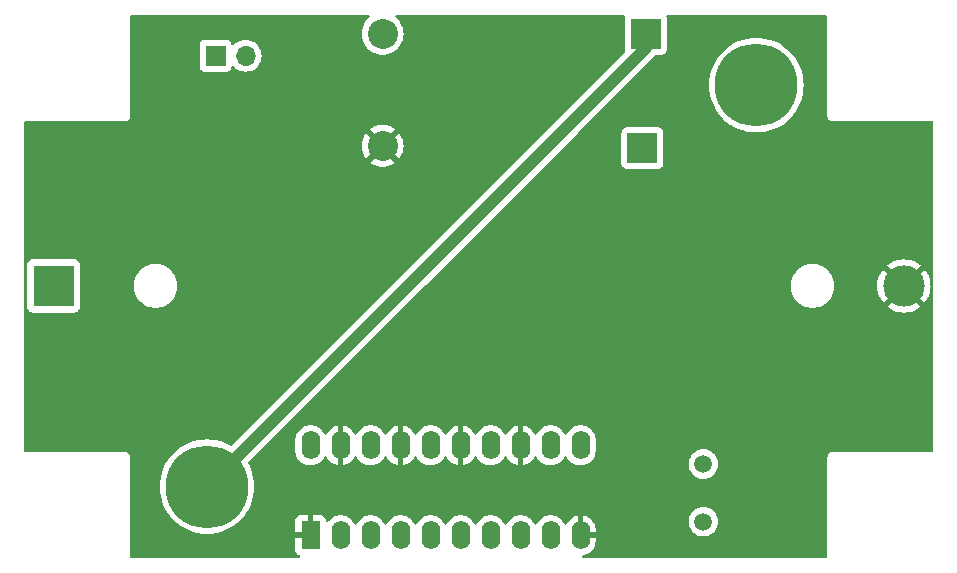
<source format=gbr>
%TF.GenerationSoftware,KiCad,Pcbnew,8.0.6-1.fc41*%
%TF.CreationDate,2024-11-27T18:25:37+08:00*%
%TF.ProjectId,signal_source,7369676e-616c-45f7-936f-757263652e6b,rev?*%
%TF.SameCoordinates,Original*%
%TF.FileFunction,Copper,L2,Bot*%
%TF.FilePolarity,Positive*%
%FSLAX46Y46*%
G04 Gerber Fmt 4.6, Leading zero omitted, Abs format (unit mm)*
G04 Created by KiCad (PCBNEW 8.0.6-1.fc41) date 2024-11-27 18:25:37*
%MOMM*%
%LPD*%
G01*
G04 APERTURE LIST*
%TA.AperFunction,ComponentPad*%
%ADD10C,2.540000*%
%TD*%
%TA.AperFunction,ComponentPad*%
%ADD11R,2.540000X2.540000*%
%TD*%
%TA.AperFunction,ComponentPad*%
%ADD12C,7.000000*%
%TD*%
%TA.AperFunction,ComponentPad*%
%ADD13R,1.700000X1.700000*%
%TD*%
%TA.AperFunction,ComponentPad*%
%ADD14O,1.700000X1.700000*%
%TD*%
%TA.AperFunction,ComponentPad*%
%ADD15C,1.500000*%
%TD*%
%TA.AperFunction,ComponentPad*%
%ADD16R,1.600000X2.400000*%
%TD*%
%TA.AperFunction,ComponentPad*%
%ADD17O,1.600000X2.400000*%
%TD*%
%TA.AperFunction,ComponentPad*%
%ADD18R,3.500000X3.500000*%
%TD*%
%TA.AperFunction,ComponentPad*%
%ADD19C,3.500000*%
%TD*%
%TA.AperFunction,ViaPad*%
%ADD20C,0.600000*%
%TD*%
%TA.AperFunction,Conductor*%
%ADD21C,0.200000*%
%TD*%
%TA.AperFunction,Conductor*%
%ADD22C,1.000000*%
%TD*%
G04 APERTURE END LIST*
D10*
%TO.P,2T:5T,1,AA*%
%TO.N,Net-(T1-AA)*%
X108360000Y-60640000D03*
%TO.P,2T:5T,2,AB*%
%TO.N,GND*%
X108360000Y-70140000D03*
D11*
%TO.P,2T:5T,3,SA*%
%TO.N,Net-(J2-Pin_1)*%
X130640000Y-60640000D03*
%TO.P,2T:5T,4,SB*%
%TO.N,Net-(J3-Pin_1)*%
X130360000Y-70340000D03*
%TD*%
D12*
%TO.P,J3,1,Pin_1*%
%TO.N,Net-(J3-Pin_1)*%
X140000000Y-65000000D03*
%TD*%
D13*
%TO.P,J1,1,Pin_1*%
%TO.N,Net-(J1-Pin_1)*%
X94225000Y-62500000D03*
D14*
%TO.P,J1,2,Pin_2*%
%TO.N,Net-(J1-Pin_2)*%
X96765000Y-62500000D03*
%TD*%
D12*
%TO.P,J2,1,Pin_1*%
%TO.N,Net-(J2-Pin_1)*%
X93500000Y-99000000D03*
%TD*%
D15*
%TO.P,Y1,1,1*%
%TO.N,Net-(C3-Pad1)*%
X135525000Y-101950000D03*
%TO.P,Y1,2,2*%
%TO.N,Net-(U1-2A3)*%
X135525000Y-97070000D03*
%TD*%
D16*
%TO.P,U1,1,1OE*%
%TO.N,GND*%
X102260000Y-103120000D03*
D17*
%TO.P,U1,2,1A0*%
%TO.N,Net-(U1-1A0)*%
X104800000Y-103120000D03*
%TO.P,U1,3,2Y0*%
%TO.N,unconnected-(U1-2Y0-Pad3)*%
X107340000Y-103120000D03*
%TO.P,U1,4,1A1*%
%TO.N,Net-(U1-1A0)*%
X109880000Y-103120000D03*
%TO.P,U1,5,2Y1*%
%TO.N,unconnected-(U1-2Y1-Pad5)*%
X112420000Y-103120000D03*
%TO.P,U1,6,1A2*%
%TO.N,Net-(U1-1A0)*%
X114960000Y-103120000D03*
%TO.P,U1,7,2Y2*%
%TO.N,unconnected-(U1-2Y2-Pad7)*%
X117500000Y-103120000D03*
%TO.P,U1,8,1A3*%
%TO.N,Net-(U1-1A0)*%
X120040000Y-103120000D03*
%TO.P,U1,9,2Y3*%
X122580000Y-103120000D03*
%TO.P,U1,10,GND*%
%TO.N,GND*%
X125120000Y-103120000D03*
%TO.P,U1,11,2A3*%
%TO.N,Net-(U1-2A3)*%
X125120000Y-95500000D03*
%TO.P,U1,12,1Y3*%
%TO.N,Net-(U1-1Y0)*%
X122580000Y-95500000D03*
%TO.P,U1,13,2A2*%
%TO.N,GND*%
X120040000Y-95500000D03*
%TO.P,U1,14,1Y2*%
%TO.N,Net-(U1-1Y0)*%
X117500000Y-95500000D03*
%TO.P,U1,15,2A1*%
%TO.N,GND*%
X114960000Y-95500000D03*
%TO.P,U1,16,1Y1*%
%TO.N,Net-(U1-1Y0)*%
X112420000Y-95500000D03*
%TO.P,U1,17,2A0*%
%TO.N,GND*%
X109880000Y-95500000D03*
%TO.P,U1,18,1Y0*%
%TO.N,Net-(U1-1Y0)*%
X107340000Y-95500000D03*
%TO.P,U1,19,2OE*%
%TO.N,GND*%
X104800000Y-95500000D03*
%TO.P,U1,20,VCC*%
%TO.N,Net-(J1-Pin_2)*%
X102260000Y-95500000D03*
%TD*%
D18*
%TO.P,BT2,1*%
%TO.N,Net-(J1-Pin_1)*%
X80500000Y-82000000D03*
D19*
%TO.P,BT2,2*%
%TO.N,GND*%
X152500000Y-82000000D03*
%TD*%
D20*
%TO.N,GND*%
X88025000Y-62500000D03*
%TD*%
D21*
%TO.N,GND*%
X152500000Y-82000000D02*
X144500000Y-90000000D01*
X88000000Y-65500000D02*
X88025000Y-65475000D01*
X144500000Y-90000000D02*
X123000000Y-90000000D01*
X120040000Y-92960000D02*
X120040000Y-95500000D01*
X123000000Y-90000000D02*
X120040000Y-92960000D01*
D22*
%TO.N,Net-(J2-Pin_1)*%
X130640000Y-61860000D02*
X93500000Y-99000000D01*
D21*
X130640000Y-60640000D02*
X130640000Y-61860000D01*
%TD*%
%TA.AperFunction,Conductor*%
%TO.N,GND*%
G36*
X107223307Y-59068185D02*
G01*
X107269062Y-59120989D01*
X107279006Y-59190147D01*
X107249981Y-59253703D01*
X107240618Y-59263388D01*
X107150786Y-59346741D01*
X107058493Y-59432375D01*
X107058492Y-59432377D01*
X106893042Y-59639845D01*
X106760361Y-59869654D01*
X106663416Y-60116667D01*
X106663410Y-60116686D01*
X106604364Y-60375385D01*
X106604363Y-60375390D01*
X106584535Y-60639995D01*
X106584535Y-60640004D01*
X106604363Y-60904609D01*
X106604364Y-60904614D01*
X106663410Y-61163313D01*
X106663412Y-61163322D01*
X106663414Y-61163327D01*
X106760361Y-61410345D01*
X106893042Y-61640155D01*
X107058492Y-61847623D01*
X107253016Y-62028114D01*
X107472268Y-62177598D01*
X107711350Y-62292734D01*
X107964922Y-62370950D01*
X107964923Y-62370950D01*
X107964926Y-62370951D01*
X108227311Y-62410499D01*
X108227316Y-62410499D01*
X108227319Y-62410500D01*
X108227320Y-62410500D01*
X108492680Y-62410500D01*
X108492681Y-62410500D01*
X108492688Y-62410499D01*
X108755073Y-62370951D01*
X108755074Y-62370950D01*
X108755078Y-62370950D01*
X109008650Y-62292734D01*
X109247733Y-62177598D01*
X109466984Y-62028114D01*
X109661508Y-61847623D01*
X109826958Y-61640155D01*
X109959639Y-61410345D01*
X110056586Y-61163327D01*
X110115635Y-60904619D01*
X110135465Y-60640000D01*
X110115635Y-60375381D01*
X110056586Y-60116673D01*
X109959639Y-59869655D01*
X109826958Y-59639845D01*
X109661508Y-59432377D01*
X109479389Y-59263396D01*
X109443636Y-59203371D01*
X109446011Y-59133541D01*
X109485761Y-59076081D01*
X109550267Y-59049233D01*
X109563732Y-59048500D01*
X128777139Y-59048500D01*
X128844178Y-59068185D01*
X128889933Y-59120989D01*
X128899877Y-59190147D01*
X128893321Y-59215833D01*
X128875908Y-59262517D01*
X128869501Y-59322116D01*
X128869501Y-59322123D01*
X128869500Y-59322135D01*
X128869500Y-61957870D01*
X128869501Y-61957876D01*
X128875908Y-62017483D01*
X128900133Y-62082431D01*
X128905117Y-62152122D01*
X128871632Y-62213445D01*
X95599931Y-95485147D01*
X95538608Y-95518632D01*
X95468916Y-95513648D01*
X95448504Y-95503825D01*
X95417341Y-95485147D01*
X95388100Y-95467620D01*
X95032772Y-95299562D01*
X95032770Y-95299561D01*
X94662684Y-95167143D01*
X94281406Y-95071637D01*
X94281401Y-95071636D01*
X94281400Y-95071636D01*
X94137256Y-95050254D01*
X93892599Y-95013963D01*
X93892597Y-95013962D01*
X93892591Y-95013962D01*
X93500000Y-94994675D01*
X93107409Y-95013962D01*
X93107403Y-95013962D01*
X93107400Y-95013963D01*
X92718593Y-95071637D01*
X92337315Y-95167143D01*
X91967229Y-95299561D01*
X91967227Y-95299562D01*
X91611899Y-95467620D01*
X91274763Y-95669692D01*
X90959043Y-95903846D01*
X90667807Y-96167807D01*
X90403846Y-96459043D01*
X90169692Y-96774763D01*
X89967620Y-97111899D01*
X89799562Y-97467227D01*
X89799561Y-97467229D01*
X89667143Y-97837315D01*
X89571637Y-98218593D01*
X89571636Y-98218600D01*
X89513962Y-98607409D01*
X89494675Y-99000000D01*
X89513962Y-99392591D01*
X89513962Y-99392597D01*
X89513963Y-99392599D01*
X89571637Y-99781406D01*
X89667143Y-100162684D01*
X89799561Y-100532770D01*
X89799562Y-100532772D01*
X89967620Y-100888100D01*
X90120476Y-101143124D01*
X90169694Y-101225239D01*
X90384776Y-101515244D01*
X90403846Y-101540956D01*
X90667807Y-101832192D01*
X90959043Y-102096153D01*
X90959049Y-102096158D01*
X91274761Y-102330306D01*
X91274763Y-102330307D01*
X91611899Y-102532379D01*
X91611902Y-102532380D01*
X91611903Y-102532381D01*
X91967228Y-102700438D01*
X92337316Y-102832857D01*
X92718600Y-102928364D01*
X93107409Y-102986038D01*
X93500000Y-103005325D01*
X93892591Y-102986038D01*
X94281400Y-102928364D01*
X94662684Y-102832857D01*
X95032772Y-102700438D01*
X95388097Y-102532381D01*
X95725239Y-102330306D01*
X96040951Y-102096158D01*
X96332192Y-101832192D01*
X96596158Y-101540951D01*
X96830306Y-101225239D01*
X97032381Y-100888097D01*
X97200438Y-100532772D01*
X97332857Y-100162684D01*
X97428364Y-99781400D01*
X97486038Y-99392591D01*
X97505325Y-99000000D01*
X97486038Y-98607409D01*
X97428364Y-98218600D01*
X97332857Y-97837316D01*
X97200438Y-97467228D01*
X97032381Y-97111903D01*
X96996174Y-97051495D01*
X96978594Y-96983873D01*
X97000363Y-96917482D01*
X97014847Y-96900071D01*
X98917270Y-94997648D01*
X100959500Y-94997648D01*
X100959500Y-96002351D01*
X100991522Y-96204534D01*
X101054781Y-96399223D01*
X101147715Y-96581613D01*
X101268028Y-96747213D01*
X101412786Y-96891971D01*
X101539281Y-96983873D01*
X101578390Y-97012287D01*
X101691652Y-97069997D01*
X101760776Y-97105218D01*
X101760778Y-97105218D01*
X101760781Y-97105220D01*
X101865137Y-97139127D01*
X101955465Y-97168477D01*
X102056557Y-97184488D01*
X102157648Y-97200500D01*
X102157649Y-97200500D01*
X102362351Y-97200500D01*
X102362352Y-97200500D01*
X102564534Y-97168477D01*
X102759219Y-97105220D01*
X102941610Y-97012287D01*
X103072099Y-96917482D01*
X103107213Y-96891971D01*
X103107215Y-96891968D01*
X103107219Y-96891966D01*
X103251966Y-96747219D01*
X103251968Y-96747215D01*
X103251971Y-96747213D01*
X103372284Y-96581614D01*
X103372286Y-96581611D01*
X103372287Y-96581610D01*
X103419795Y-96488369D01*
X103467770Y-96437574D01*
X103535591Y-96420779D01*
X103601725Y-96443316D01*
X103640765Y-96488370D01*
X103688140Y-96581349D01*
X103808417Y-96746894D01*
X103808417Y-96746895D01*
X103953104Y-96891582D01*
X104118650Y-97011859D01*
X104300968Y-97104754D01*
X104495578Y-97167988D01*
X104550000Y-97176607D01*
X104550000Y-95815686D01*
X104554394Y-95820080D01*
X104645606Y-95872741D01*
X104747339Y-95900000D01*
X104852661Y-95900000D01*
X104954394Y-95872741D01*
X105045606Y-95820080D01*
X105050000Y-95815686D01*
X105050000Y-97176606D01*
X105104421Y-97167988D01*
X105299031Y-97104754D01*
X105481349Y-97011859D01*
X105646894Y-96891582D01*
X105646895Y-96891582D01*
X105791582Y-96746895D01*
X105791582Y-96746894D01*
X105911861Y-96581347D01*
X105959234Y-96488371D01*
X106007208Y-96437575D01*
X106075028Y-96420779D01*
X106141164Y-96443316D01*
X106180203Y-96488369D01*
X106227713Y-96581611D01*
X106348028Y-96747213D01*
X106492786Y-96891971D01*
X106619281Y-96983873D01*
X106658390Y-97012287D01*
X106771652Y-97069997D01*
X106840776Y-97105218D01*
X106840778Y-97105218D01*
X106840781Y-97105220D01*
X106945137Y-97139127D01*
X107035465Y-97168477D01*
X107136557Y-97184488D01*
X107237648Y-97200500D01*
X107237649Y-97200500D01*
X107442351Y-97200500D01*
X107442352Y-97200500D01*
X107644534Y-97168477D01*
X107839219Y-97105220D01*
X108021610Y-97012287D01*
X108152099Y-96917482D01*
X108187213Y-96891971D01*
X108187215Y-96891968D01*
X108187219Y-96891966D01*
X108331966Y-96747219D01*
X108331968Y-96747215D01*
X108331971Y-96747213D01*
X108452284Y-96581614D01*
X108452286Y-96581611D01*
X108452287Y-96581610D01*
X108499795Y-96488369D01*
X108547770Y-96437574D01*
X108615591Y-96420779D01*
X108681725Y-96443316D01*
X108720765Y-96488370D01*
X108768140Y-96581349D01*
X108888417Y-96746894D01*
X108888417Y-96746895D01*
X109033104Y-96891582D01*
X109198650Y-97011859D01*
X109380968Y-97104754D01*
X109575578Y-97167988D01*
X109630000Y-97176607D01*
X109630000Y-95815686D01*
X109634394Y-95820080D01*
X109725606Y-95872741D01*
X109827339Y-95900000D01*
X109932661Y-95900000D01*
X110034394Y-95872741D01*
X110125606Y-95820080D01*
X110130000Y-95815686D01*
X110130000Y-97176606D01*
X110184421Y-97167988D01*
X110379031Y-97104754D01*
X110561349Y-97011859D01*
X110726894Y-96891582D01*
X110726895Y-96891582D01*
X110871582Y-96746895D01*
X110871582Y-96746894D01*
X110991861Y-96581347D01*
X111039234Y-96488371D01*
X111087208Y-96437575D01*
X111155028Y-96420779D01*
X111221164Y-96443316D01*
X111260203Y-96488369D01*
X111307713Y-96581611D01*
X111428028Y-96747213D01*
X111572786Y-96891971D01*
X111699281Y-96983873D01*
X111738390Y-97012287D01*
X111851652Y-97069997D01*
X111920776Y-97105218D01*
X111920778Y-97105218D01*
X111920781Y-97105220D01*
X112025137Y-97139127D01*
X112115465Y-97168477D01*
X112216557Y-97184488D01*
X112317648Y-97200500D01*
X112317649Y-97200500D01*
X112522351Y-97200500D01*
X112522352Y-97200500D01*
X112724534Y-97168477D01*
X112919219Y-97105220D01*
X113101610Y-97012287D01*
X113232099Y-96917482D01*
X113267213Y-96891971D01*
X113267215Y-96891968D01*
X113267219Y-96891966D01*
X113411966Y-96747219D01*
X113411968Y-96747215D01*
X113411971Y-96747213D01*
X113532284Y-96581614D01*
X113532286Y-96581611D01*
X113532287Y-96581610D01*
X113579795Y-96488369D01*
X113627770Y-96437574D01*
X113695591Y-96420779D01*
X113761725Y-96443316D01*
X113800765Y-96488370D01*
X113848140Y-96581349D01*
X113968417Y-96746894D01*
X113968417Y-96746895D01*
X114113104Y-96891582D01*
X114278650Y-97011859D01*
X114460968Y-97104754D01*
X114655578Y-97167988D01*
X114710000Y-97176607D01*
X114710000Y-95815686D01*
X114714394Y-95820080D01*
X114805606Y-95872741D01*
X114907339Y-95900000D01*
X115012661Y-95900000D01*
X115114394Y-95872741D01*
X115205606Y-95820080D01*
X115210000Y-95815686D01*
X115210000Y-97176606D01*
X115264421Y-97167988D01*
X115459031Y-97104754D01*
X115641349Y-97011859D01*
X115806894Y-96891582D01*
X115806895Y-96891582D01*
X115951582Y-96746895D01*
X115951582Y-96746894D01*
X116071861Y-96581347D01*
X116119234Y-96488371D01*
X116167208Y-96437575D01*
X116235028Y-96420779D01*
X116301164Y-96443316D01*
X116340203Y-96488369D01*
X116387713Y-96581611D01*
X116508028Y-96747213D01*
X116652786Y-96891971D01*
X116779281Y-96983873D01*
X116818390Y-97012287D01*
X116931652Y-97069997D01*
X117000776Y-97105218D01*
X117000778Y-97105218D01*
X117000781Y-97105220D01*
X117105137Y-97139127D01*
X117195465Y-97168477D01*
X117296557Y-97184488D01*
X117397648Y-97200500D01*
X117397649Y-97200500D01*
X117602351Y-97200500D01*
X117602352Y-97200500D01*
X117804534Y-97168477D01*
X117999219Y-97105220D01*
X118181610Y-97012287D01*
X118312099Y-96917482D01*
X118347213Y-96891971D01*
X118347215Y-96891968D01*
X118347219Y-96891966D01*
X118491966Y-96747219D01*
X118491968Y-96747215D01*
X118491971Y-96747213D01*
X118612284Y-96581614D01*
X118612286Y-96581611D01*
X118612287Y-96581610D01*
X118659795Y-96488369D01*
X118707770Y-96437574D01*
X118775591Y-96420779D01*
X118841725Y-96443316D01*
X118880765Y-96488370D01*
X118928140Y-96581349D01*
X119048417Y-96746894D01*
X119048417Y-96746895D01*
X119193104Y-96891582D01*
X119358650Y-97011859D01*
X119540968Y-97104754D01*
X119735578Y-97167988D01*
X119790000Y-97176607D01*
X119790000Y-95815686D01*
X119794394Y-95820080D01*
X119885606Y-95872741D01*
X119987339Y-95900000D01*
X120092661Y-95900000D01*
X120194394Y-95872741D01*
X120285606Y-95820080D01*
X120290000Y-95815686D01*
X120290000Y-97176607D01*
X120344421Y-97167988D01*
X120539031Y-97104754D01*
X120721349Y-97011859D01*
X120886894Y-96891582D01*
X120886895Y-96891582D01*
X121031582Y-96746895D01*
X121031582Y-96746894D01*
X121151861Y-96581347D01*
X121199234Y-96488371D01*
X121247208Y-96437575D01*
X121315028Y-96420779D01*
X121381164Y-96443316D01*
X121420203Y-96488369D01*
X121467713Y-96581611D01*
X121588028Y-96747213D01*
X121732786Y-96891971D01*
X121859281Y-96983873D01*
X121898390Y-97012287D01*
X122011652Y-97069997D01*
X122080776Y-97105218D01*
X122080778Y-97105218D01*
X122080781Y-97105220D01*
X122185137Y-97139127D01*
X122275465Y-97168477D01*
X122376557Y-97184488D01*
X122477648Y-97200500D01*
X122477649Y-97200500D01*
X122682351Y-97200500D01*
X122682352Y-97200500D01*
X122884534Y-97168477D01*
X123079219Y-97105220D01*
X123261610Y-97012287D01*
X123392099Y-96917482D01*
X123427213Y-96891971D01*
X123427215Y-96891968D01*
X123427219Y-96891966D01*
X123571966Y-96747219D01*
X123571968Y-96747215D01*
X123571971Y-96747213D01*
X123692284Y-96581614D01*
X123692286Y-96581611D01*
X123692287Y-96581610D01*
X123739516Y-96488917D01*
X123787489Y-96438123D01*
X123855310Y-96421328D01*
X123921445Y-96443865D01*
X123960485Y-96488919D01*
X124007715Y-96581614D01*
X124128028Y-96747213D01*
X124272786Y-96891971D01*
X124399281Y-96983873D01*
X124438390Y-97012287D01*
X124551652Y-97069997D01*
X124620776Y-97105218D01*
X124620778Y-97105218D01*
X124620781Y-97105220D01*
X124725137Y-97139127D01*
X124815465Y-97168477D01*
X124916557Y-97184488D01*
X125017648Y-97200500D01*
X125017649Y-97200500D01*
X125222351Y-97200500D01*
X125222352Y-97200500D01*
X125424534Y-97168477D01*
X125619219Y-97105220D01*
X125688348Y-97069997D01*
X134269723Y-97069997D01*
X134269723Y-97070002D01*
X134288793Y-97287975D01*
X134288793Y-97287979D01*
X134345422Y-97499322D01*
X134345424Y-97499326D01*
X134345425Y-97499330D01*
X134391661Y-97598484D01*
X134437897Y-97697638D01*
X134437898Y-97697639D01*
X134563402Y-97876877D01*
X134718123Y-98031598D01*
X134897361Y-98157102D01*
X135095670Y-98249575D01*
X135307023Y-98306207D01*
X135489926Y-98322208D01*
X135524998Y-98325277D01*
X135525000Y-98325277D01*
X135525002Y-98325277D01*
X135553254Y-98322805D01*
X135742977Y-98306207D01*
X135954330Y-98249575D01*
X136152639Y-98157102D01*
X136331877Y-98031598D01*
X136486598Y-97876877D01*
X136612102Y-97697639D01*
X136704575Y-97499330D01*
X136761207Y-97287977D01*
X136780277Y-97070000D01*
X136761207Y-96852023D01*
X136704575Y-96640670D01*
X136612102Y-96442362D01*
X136612100Y-96442359D01*
X136612099Y-96442357D01*
X136486599Y-96263124D01*
X136418393Y-96194918D01*
X136331877Y-96108402D01*
X136152639Y-95982898D01*
X136152640Y-95982898D01*
X136152638Y-95982897D01*
X136053484Y-95936661D01*
X135954330Y-95890425D01*
X135954326Y-95890424D01*
X135954322Y-95890422D01*
X135742977Y-95833793D01*
X135525002Y-95814723D01*
X135524998Y-95814723D01*
X135379682Y-95827436D01*
X135307023Y-95833793D01*
X135307020Y-95833793D01*
X135095677Y-95890422D01*
X135095668Y-95890426D01*
X134897361Y-95982898D01*
X134897357Y-95982900D01*
X134718121Y-96108402D01*
X134563402Y-96263121D01*
X134437900Y-96442357D01*
X134437898Y-96442361D01*
X134345426Y-96640668D01*
X134345422Y-96640677D01*
X134288793Y-96852020D01*
X134288793Y-96852024D01*
X134269723Y-97069997D01*
X125688348Y-97069997D01*
X125801610Y-97012287D01*
X125932099Y-96917482D01*
X125967213Y-96891971D01*
X125967215Y-96891968D01*
X125967219Y-96891966D01*
X126111966Y-96747219D01*
X126111968Y-96747215D01*
X126111971Y-96747213D01*
X126164732Y-96674590D01*
X126232287Y-96581610D01*
X126325220Y-96399219D01*
X126388477Y-96204534D01*
X126420500Y-96002352D01*
X126420500Y-94997648D01*
X126388477Y-94795466D01*
X126325220Y-94600781D01*
X126325218Y-94600778D01*
X126325218Y-94600776D01*
X126232419Y-94418650D01*
X126232287Y-94418390D01*
X126224556Y-94407749D01*
X126111971Y-94252786D01*
X125967213Y-94108028D01*
X125801613Y-93987715D01*
X125801612Y-93987714D01*
X125801610Y-93987713D01*
X125744653Y-93958691D01*
X125619223Y-93894781D01*
X125424534Y-93831522D01*
X125249995Y-93803878D01*
X125222352Y-93799500D01*
X125017648Y-93799500D01*
X124993329Y-93803351D01*
X124815465Y-93831522D01*
X124620776Y-93894781D01*
X124438386Y-93987715D01*
X124272786Y-94108028D01*
X124128028Y-94252786D01*
X124007715Y-94418386D01*
X123960485Y-94511080D01*
X123912510Y-94561876D01*
X123844689Y-94578671D01*
X123778554Y-94556134D01*
X123739515Y-94511080D01*
X123692419Y-94418650D01*
X123692287Y-94418390D01*
X123684556Y-94407749D01*
X123571971Y-94252786D01*
X123427213Y-94108028D01*
X123261613Y-93987715D01*
X123261612Y-93987714D01*
X123261610Y-93987713D01*
X123204653Y-93958691D01*
X123079223Y-93894781D01*
X122884534Y-93831522D01*
X122709995Y-93803878D01*
X122682352Y-93799500D01*
X122477648Y-93799500D01*
X122453329Y-93803351D01*
X122275465Y-93831522D01*
X122080776Y-93894781D01*
X121898386Y-93987715D01*
X121732786Y-94108028D01*
X121588028Y-94252786D01*
X121467713Y-94418388D01*
X121420203Y-94511630D01*
X121372228Y-94562426D01*
X121304407Y-94579220D01*
X121238272Y-94556682D01*
X121199234Y-94511628D01*
X121151861Y-94418652D01*
X121031582Y-94253105D01*
X121031582Y-94253104D01*
X120886895Y-94108417D01*
X120721349Y-93988140D01*
X120539029Y-93895244D01*
X120344413Y-93832009D01*
X120290000Y-93823390D01*
X120290000Y-95184314D01*
X120285606Y-95179920D01*
X120194394Y-95127259D01*
X120092661Y-95100000D01*
X119987339Y-95100000D01*
X119885606Y-95127259D01*
X119794394Y-95179920D01*
X119790000Y-95184314D01*
X119790000Y-93823390D01*
X119735586Y-93832009D01*
X119540970Y-93895244D01*
X119358650Y-93988140D01*
X119193105Y-94108417D01*
X119193104Y-94108417D01*
X119048417Y-94253104D01*
X119048417Y-94253105D01*
X118928140Y-94418650D01*
X118880765Y-94511629D01*
X118832790Y-94562425D01*
X118764969Y-94579220D01*
X118698834Y-94556682D01*
X118659795Y-94511629D01*
X118612419Y-94418650D01*
X118612287Y-94418390D01*
X118604556Y-94407749D01*
X118491971Y-94252786D01*
X118347213Y-94108028D01*
X118181613Y-93987715D01*
X118181612Y-93987714D01*
X118181610Y-93987713D01*
X118124653Y-93958691D01*
X117999223Y-93894781D01*
X117804534Y-93831522D01*
X117629995Y-93803878D01*
X117602352Y-93799500D01*
X117397648Y-93799500D01*
X117373329Y-93803351D01*
X117195465Y-93831522D01*
X117000776Y-93894781D01*
X116818386Y-93987715D01*
X116652786Y-94108028D01*
X116508028Y-94252786D01*
X116387713Y-94418388D01*
X116340203Y-94511630D01*
X116292228Y-94562426D01*
X116224407Y-94579220D01*
X116158272Y-94556682D01*
X116119234Y-94511628D01*
X116071861Y-94418652D01*
X115951582Y-94253105D01*
X115951582Y-94253104D01*
X115806895Y-94108417D01*
X115641349Y-93988140D01*
X115459029Y-93895244D01*
X115264413Y-93832009D01*
X115210000Y-93823390D01*
X115210000Y-95184314D01*
X115205606Y-95179920D01*
X115114394Y-95127259D01*
X115012661Y-95100000D01*
X114907339Y-95100000D01*
X114805606Y-95127259D01*
X114714394Y-95179920D01*
X114710000Y-95184314D01*
X114710000Y-93823390D01*
X114655586Y-93832009D01*
X114460970Y-93895244D01*
X114278650Y-93988140D01*
X114113105Y-94108417D01*
X114113104Y-94108417D01*
X113968417Y-94253104D01*
X113968417Y-94253105D01*
X113848140Y-94418650D01*
X113800765Y-94511629D01*
X113752790Y-94562425D01*
X113684969Y-94579220D01*
X113618834Y-94556682D01*
X113579795Y-94511629D01*
X113532419Y-94418650D01*
X113532287Y-94418390D01*
X113524556Y-94407749D01*
X113411971Y-94252786D01*
X113267213Y-94108028D01*
X113101613Y-93987715D01*
X113101612Y-93987714D01*
X113101610Y-93987713D01*
X113044653Y-93958691D01*
X112919223Y-93894781D01*
X112724534Y-93831522D01*
X112549995Y-93803878D01*
X112522352Y-93799500D01*
X112317648Y-93799500D01*
X112293329Y-93803351D01*
X112115465Y-93831522D01*
X111920776Y-93894781D01*
X111738386Y-93987715D01*
X111572786Y-94108028D01*
X111428028Y-94252786D01*
X111307713Y-94418388D01*
X111260203Y-94511630D01*
X111212228Y-94562426D01*
X111144407Y-94579220D01*
X111078272Y-94556682D01*
X111039234Y-94511628D01*
X110991861Y-94418652D01*
X110871582Y-94253105D01*
X110871582Y-94253104D01*
X110726895Y-94108417D01*
X110561349Y-93988140D01*
X110379029Y-93895244D01*
X110184413Y-93832009D01*
X110130000Y-93823390D01*
X110130000Y-95184314D01*
X110125606Y-95179920D01*
X110034394Y-95127259D01*
X109932661Y-95100000D01*
X109827339Y-95100000D01*
X109725606Y-95127259D01*
X109634394Y-95179920D01*
X109630000Y-95184314D01*
X109630000Y-93823390D01*
X109575586Y-93832009D01*
X109380970Y-93895244D01*
X109198650Y-93988140D01*
X109033105Y-94108417D01*
X109033104Y-94108417D01*
X108888417Y-94253104D01*
X108888417Y-94253105D01*
X108768140Y-94418650D01*
X108720765Y-94511629D01*
X108672790Y-94562425D01*
X108604969Y-94579220D01*
X108538834Y-94556682D01*
X108499795Y-94511629D01*
X108452419Y-94418650D01*
X108452287Y-94418390D01*
X108444556Y-94407749D01*
X108331971Y-94252786D01*
X108187213Y-94108028D01*
X108021613Y-93987715D01*
X108021612Y-93987714D01*
X108021610Y-93987713D01*
X107964653Y-93958691D01*
X107839223Y-93894781D01*
X107644534Y-93831522D01*
X107469995Y-93803878D01*
X107442352Y-93799500D01*
X107237648Y-93799500D01*
X107213329Y-93803351D01*
X107035465Y-93831522D01*
X106840776Y-93894781D01*
X106658386Y-93987715D01*
X106492786Y-94108028D01*
X106348028Y-94252786D01*
X106227713Y-94418388D01*
X106180203Y-94511630D01*
X106132228Y-94562426D01*
X106064407Y-94579220D01*
X105998272Y-94556682D01*
X105959234Y-94511628D01*
X105911861Y-94418652D01*
X105791582Y-94253105D01*
X105791582Y-94253104D01*
X105646895Y-94108417D01*
X105481349Y-93988140D01*
X105299029Y-93895244D01*
X105104413Y-93832009D01*
X105050000Y-93823390D01*
X105050000Y-95184314D01*
X105045606Y-95179920D01*
X104954394Y-95127259D01*
X104852661Y-95100000D01*
X104747339Y-95100000D01*
X104645606Y-95127259D01*
X104554394Y-95179920D01*
X104550000Y-95184314D01*
X104550000Y-93823390D01*
X104495586Y-93832009D01*
X104300970Y-93895244D01*
X104118650Y-93988140D01*
X103953105Y-94108417D01*
X103953104Y-94108417D01*
X103808417Y-94253104D01*
X103808417Y-94253105D01*
X103688140Y-94418650D01*
X103640765Y-94511629D01*
X103592790Y-94562425D01*
X103524969Y-94579220D01*
X103458834Y-94556682D01*
X103419795Y-94511629D01*
X103372419Y-94418650D01*
X103372287Y-94418390D01*
X103364556Y-94407749D01*
X103251971Y-94252786D01*
X103107213Y-94108028D01*
X102941613Y-93987715D01*
X102941612Y-93987714D01*
X102941610Y-93987713D01*
X102884653Y-93958691D01*
X102759223Y-93894781D01*
X102564534Y-93831522D01*
X102389995Y-93803878D01*
X102362352Y-93799500D01*
X102157648Y-93799500D01*
X102133329Y-93803351D01*
X101955465Y-93831522D01*
X101760776Y-93894781D01*
X101578386Y-93987715D01*
X101412786Y-94108028D01*
X101268028Y-94252786D01*
X101147715Y-94418386D01*
X101054781Y-94600776D01*
X100991522Y-94795465D01*
X100959500Y-94997648D01*
X98917270Y-94997648D01*
X112036208Y-81878711D01*
X142904500Y-81878711D01*
X142904500Y-82121288D01*
X142936161Y-82361785D01*
X142998947Y-82596104D01*
X143016079Y-82637463D01*
X143091776Y-82820212D01*
X143213064Y-83030289D01*
X143213066Y-83030292D01*
X143213067Y-83030293D01*
X143360733Y-83222736D01*
X143360739Y-83222743D01*
X143532256Y-83394260D01*
X143532263Y-83394266D01*
X143645321Y-83481018D01*
X143724711Y-83541936D01*
X143934788Y-83663224D01*
X144158900Y-83756054D01*
X144393211Y-83818838D01*
X144573586Y-83842584D01*
X144633711Y-83850500D01*
X144633712Y-83850500D01*
X144876289Y-83850500D01*
X144924388Y-83844167D01*
X145116789Y-83818838D01*
X145351100Y-83756054D01*
X145575212Y-83663224D01*
X145785289Y-83541936D01*
X145977738Y-83394265D01*
X146149265Y-83222738D01*
X146296936Y-83030289D01*
X146418224Y-82820212D01*
X146511054Y-82596100D01*
X146573838Y-82361789D01*
X146605500Y-82121288D01*
X146605500Y-82000000D01*
X150245172Y-82000000D01*
X150264462Y-82294312D01*
X150264464Y-82294324D01*
X150322001Y-82583584D01*
X150322005Y-82583599D01*
X150416812Y-82862888D01*
X150547258Y-83127406D01*
X150547265Y-83127419D01*
X150711123Y-83372649D01*
X150740405Y-83406040D01*
X151637425Y-82509019D01*
X151723249Y-82637463D01*
X151862537Y-82776751D01*
X151990978Y-82862573D01*
X151093958Y-83759593D01*
X151127350Y-83788876D01*
X151372580Y-83952734D01*
X151372593Y-83952741D01*
X151637111Y-84083187D01*
X151916400Y-84177994D01*
X151916415Y-84177998D01*
X152205675Y-84235535D01*
X152205687Y-84235537D01*
X152500000Y-84254827D01*
X152794312Y-84235537D01*
X152794324Y-84235535D01*
X153083584Y-84177998D01*
X153083599Y-84177994D01*
X153362888Y-84083187D01*
X153627406Y-83952741D01*
X153627419Y-83952734D01*
X153872648Y-83788877D01*
X153906039Y-83759593D01*
X153009020Y-82862573D01*
X153137463Y-82776751D01*
X153276751Y-82637463D01*
X153362573Y-82509020D01*
X154259593Y-83406039D01*
X154288877Y-83372648D01*
X154452734Y-83127419D01*
X154452741Y-83127406D01*
X154583187Y-82862888D01*
X154677994Y-82583599D01*
X154677998Y-82583584D01*
X154735535Y-82294324D01*
X154735537Y-82294312D01*
X154751765Y-82046725D01*
X154769034Y-81999568D01*
X154756523Y-81980099D01*
X154751765Y-81953274D01*
X154735537Y-81705687D01*
X154735535Y-81705675D01*
X154677998Y-81416415D01*
X154677994Y-81416400D01*
X154583187Y-81137111D01*
X154452741Y-80872593D01*
X154452734Y-80872580D01*
X154288876Y-80627350D01*
X154259593Y-80593958D01*
X153362573Y-81490978D01*
X153276751Y-81362537D01*
X153137463Y-81223249D01*
X153009020Y-81137426D01*
X153906040Y-80240405D01*
X153872649Y-80211123D01*
X153627419Y-80047265D01*
X153627406Y-80047258D01*
X153362888Y-79916812D01*
X153083599Y-79822005D01*
X153083584Y-79822001D01*
X152794324Y-79764464D01*
X152794312Y-79764462D01*
X152500000Y-79745172D01*
X152205687Y-79764462D01*
X152205675Y-79764464D01*
X151916415Y-79822001D01*
X151916400Y-79822005D01*
X151637111Y-79916812D01*
X151372593Y-80047258D01*
X151372580Y-80047265D01*
X151127346Y-80211126D01*
X151127339Y-80211131D01*
X151093959Y-80240403D01*
X151093959Y-80240405D01*
X151990979Y-81137425D01*
X151862537Y-81223249D01*
X151723249Y-81362537D01*
X151637426Y-81490979D01*
X150740405Y-80593959D01*
X150740403Y-80593959D01*
X150711131Y-80627339D01*
X150711126Y-80627346D01*
X150547265Y-80872580D01*
X150547258Y-80872593D01*
X150416812Y-81137111D01*
X150322005Y-81416400D01*
X150322001Y-81416415D01*
X150264464Y-81705675D01*
X150264462Y-81705687D01*
X150245172Y-82000000D01*
X146605500Y-82000000D01*
X146605500Y-81878712D01*
X146573838Y-81638211D01*
X146511054Y-81403900D01*
X146418224Y-81179788D01*
X146296936Y-80969711D01*
X146149265Y-80777262D01*
X146149260Y-80777256D01*
X145977743Y-80605739D01*
X145977736Y-80605733D01*
X145785293Y-80458067D01*
X145785292Y-80458066D01*
X145785289Y-80458064D01*
X145575212Y-80336776D01*
X145575205Y-80336773D01*
X145351104Y-80243947D01*
X145116785Y-80181161D01*
X144876289Y-80149500D01*
X144876288Y-80149500D01*
X144633712Y-80149500D01*
X144633711Y-80149500D01*
X144393214Y-80181161D01*
X144158895Y-80243947D01*
X143934794Y-80336773D01*
X143934785Y-80336777D01*
X143724706Y-80458067D01*
X143532263Y-80605733D01*
X143532256Y-80605739D01*
X143360739Y-80777256D01*
X143360733Y-80777263D01*
X143213067Y-80969706D01*
X143091777Y-81179785D01*
X143091773Y-81179794D01*
X142998947Y-81403895D01*
X142936161Y-81638214D01*
X142904500Y-81878711D01*
X112036208Y-81878711D01*
X124892785Y-69022135D01*
X128589500Y-69022135D01*
X128589500Y-71657870D01*
X128589501Y-71657876D01*
X128595908Y-71717483D01*
X128646202Y-71852328D01*
X128646206Y-71852335D01*
X128732452Y-71967544D01*
X128732455Y-71967547D01*
X128847664Y-72053793D01*
X128847671Y-72053797D01*
X128982517Y-72104091D01*
X128982516Y-72104091D01*
X128989444Y-72104835D01*
X129042127Y-72110500D01*
X131677872Y-72110499D01*
X131737483Y-72104091D01*
X131872331Y-72053796D01*
X131987546Y-71967546D01*
X132073796Y-71852331D01*
X132124091Y-71717483D01*
X132130500Y-71657873D01*
X132130499Y-69022128D01*
X132124091Y-68962517D01*
X132073796Y-68827669D01*
X132073795Y-68827668D01*
X132073793Y-68827664D01*
X131987547Y-68712455D01*
X131987544Y-68712452D01*
X131872335Y-68626206D01*
X131872328Y-68626202D01*
X131737482Y-68575908D01*
X131737483Y-68575908D01*
X131677883Y-68569501D01*
X131677881Y-68569500D01*
X131677873Y-68569500D01*
X131677864Y-68569500D01*
X129042129Y-68569500D01*
X129042123Y-68569501D01*
X128982516Y-68575908D01*
X128847671Y-68626202D01*
X128847664Y-68626206D01*
X128732455Y-68712452D01*
X128732452Y-68712455D01*
X128646206Y-68827664D01*
X128646202Y-68827671D01*
X128595908Y-68962517D01*
X128591306Y-69005325D01*
X128589501Y-69022123D01*
X128589500Y-69022135D01*
X124892785Y-69022135D01*
X128914921Y-65000000D01*
X135994675Y-65000000D01*
X136013962Y-65392591D01*
X136013962Y-65392597D01*
X136013963Y-65392599D01*
X136071637Y-65781406D01*
X136167143Y-66162684D01*
X136299561Y-66532770D01*
X136299562Y-66532772D01*
X136467620Y-66888100D01*
X136623099Y-67147500D01*
X136669694Y-67225239D01*
X136765793Y-67354814D01*
X136903846Y-67540956D01*
X137167807Y-67832192D01*
X137459043Y-68096153D01*
X137459049Y-68096158D01*
X137774761Y-68330306D01*
X137887141Y-68397664D01*
X138111899Y-68532379D01*
X138111902Y-68532380D01*
X138111903Y-68532381D01*
X138467228Y-68700438D01*
X138837316Y-68832857D01*
X139218600Y-68928364D01*
X139607409Y-68986038D01*
X140000000Y-69005325D01*
X140392591Y-68986038D01*
X140781400Y-68928364D01*
X141162684Y-68832857D01*
X141532772Y-68700438D01*
X141888097Y-68532381D01*
X142225239Y-68330306D01*
X142540951Y-68096158D01*
X142832192Y-67832192D01*
X143096158Y-67540951D01*
X143330306Y-67225239D01*
X143532381Y-66888097D01*
X143700438Y-66532772D01*
X143832857Y-66162684D01*
X143928364Y-65781400D01*
X143986038Y-65392591D01*
X144005325Y-65000000D01*
X143986038Y-64607409D01*
X143928364Y-64218600D01*
X143832857Y-63837316D01*
X143700438Y-63467228D01*
X143532381Y-63111903D01*
X143443529Y-62963663D01*
X143330307Y-62774763D01*
X143330306Y-62774761D01*
X143096158Y-62459049D01*
X143046347Y-62404091D01*
X142832192Y-62167807D01*
X142540956Y-61903846D01*
X142475549Y-61855337D01*
X142225239Y-61669694D01*
X142225236Y-61669692D01*
X141888100Y-61467620D01*
X141532772Y-61299562D01*
X141532770Y-61299561D01*
X141162684Y-61167143D01*
X140781406Y-61071637D01*
X140781401Y-61071636D01*
X140781400Y-61071636D01*
X140637256Y-61050254D01*
X140392599Y-61013963D01*
X140392597Y-61013962D01*
X140392591Y-61013962D01*
X140000000Y-60994675D01*
X139607409Y-61013962D01*
X139607403Y-61013962D01*
X139607400Y-61013963D01*
X139218593Y-61071637D01*
X138837315Y-61167143D01*
X138467229Y-61299561D01*
X138467227Y-61299562D01*
X138111899Y-61467620D01*
X137774763Y-61669692D01*
X137459043Y-61903846D01*
X137167807Y-62167807D01*
X136903846Y-62459043D01*
X136669692Y-62774763D01*
X136467620Y-63111899D01*
X136299562Y-63467227D01*
X136299561Y-63467229D01*
X136167143Y-63837315D01*
X136071637Y-64218593D01*
X136071636Y-64218600D01*
X136013962Y-64607409D01*
X135994675Y-65000000D01*
X128914921Y-65000000D01*
X131417140Y-62497781D01*
X131438637Y-62465608D01*
X131492249Y-62420803D01*
X131541739Y-62410499D01*
X131957871Y-62410499D01*
X131957872Y-62410499D01*
X132017483Y-62404091D01*
X132152331Y-62353796D01*
X132267546Y-62267546D01*
X132353796Y-62152331D01*
X132404091Y-62017483D01*
X132410500Y-61957873D01*
X132410499Y-59322128D01*
X132404091Y-59262517D01*
X132386678Y-59215832D01*
X132381695Y-59146142D01*
X132415180Y-59084819D01*
X132476503Y-59051334D01*
X132502861Y-59048500D01*
X145875500Y-59048500D01*
X145942539Y-59068185D01*
X145988294Y-59120989D01*
X145999500Y-59172500D01*
X145999500Y-67613891D01*
X146033608Y-67741187D01*
X146066554Y-67798250D01*
X146099500Y-67855314D01*
X146192686Y-67948500D01*
X146306814Y-68014392D01*
X146434108Y-68048500D01*
X154875500Y-68048500D01*
X154942539Y-68068185D01*
X154988294Y-68120989D01*
X154999500Y-68172500D01*
X154999500Y-81945164D01*
X154982614Y-82002669D01*
X154996507Y-82027756D01*
X154999500Y-82054835D01*
X154999500Y-95910502D01*
X154979815Y-95977541D01*
X154927011Y-96023296D01*
X154882379Y-96034311D01*
X154658186Y-96046767D01*
X154648437Y-96047309D01*
X154641560Y-96047500D01*
X146434108Y-96047500D01*
X146306812Y-96081608D01*
X146192686Y-96147500D01*
X146192683Y-96147502D01*
X146099502Y-96240683D01*
X146099500Y-96240686D01*
X146033608Y-96354812D01*
X145999500Y-96482108D01*
X145999500Y-104923500D01*
X145979815Y-104990539D01*
X145927011Y-105036294D01*
X145875500Y-105047500D01*
X125361505Y-105047500D01*
X125294466Y-105027815D01*
X125248711Y-104975011D01*
X125238767Y-104905853D01*
X125267792Y-104842297D01*
X125326570Y-104804523D01*
X125342107Y-104801027D01*
X125424417Y-104787990D01*
X125619031Y-104724755D01*
X125801349Y-104631859D01*
X125966894Y-104511582D01*
X125966895Y-104511582D01*
X126111582Y-104366895D01*
X126111582Y-104366894D01*
X126231859Y-104201349D01*
X126324755Y-104019031D01*
X126387990Y-103824417D01*
X126420000Y-103622317D01*
X126420000Y-103370000D01*
X125435686Y-103370000D01*
X125440080Y-103365606D01*
X125492741Y-103274394D01*
X125520000Y-103172661D01*
X125520000Y-103067339D01*
X125492741Y-102965606D01*
X125440080Y-102874394D01*
X125435686Y-102870000D01*
X126420000Y-102870000D01*
X126420000Y-102617682D01*
X126387990Y-102415582D01*
X126324755Y-102220968D01*
X126231859Y-102038650D01*
X126167448Y-101949997D01*
X134269723Y-101949997D01*
X134269723Y-101950002D01*
X134288793Y-102167975D01*
X134288793Y-102167979D01*
X134345422Y-102379322D01*
X134345424Y-102379326D01*
X134345425Y-102379330D01*
X134362330Y-102415582D01*
X134437897Y-102577638D01*
X134437898Y-102577639D01*
X134563402Y-102756877D01*
X134718123Y-102911598D01*
X134897361Y-103037102D01*
X135095670Y-103129575D01*
X135307023Y-103186207D01*
X135489926Y-103202208D01*
X135524998Y-103205277D01*
X135525000Y-103205277D01*
X135525002Y-103205277D01*
X135553254Y-103202805D01*
X135742977Y-103186207D01*
X135954330Y-103129575D01*
X136152639Y-103037102D01*
X136331877Y-102911598D01*
X136486598Y-102756877D01*
X136612102Y-102577639D01*
X136704575Y-102379330D01*
X136761207Y-102167977D01*
X136780277Y-101950000D01*
X136761207Y-101732023D01*
X136704575Y-101520670D01*
X136612102Y-101322362D01*
X136612100Y-101322359D01*
X136612099Y-101322357D01*
X136486599Y-101143124D01*
X136486596Y-101143121D01*
X136331877Y-100988402D01*
X136152639Y-100862898D01*
X136152640Y-100862898D01*
X136152638Y-100862897D01*
X136053484Y-100816661D01*
X135954330Y-100770425D01*
X135954326Y-100770424D01*
X135954322Y-100770422D01*
X135742977Y-100713793D01*
X135525002Y-100694723D01*
X135524998Y-100694723D01*
X135379682Y-100707436D01*
X135307023Y-100713793D01*
X135307020Y-100713793D01*
X135095677Y-100770422D01*
X135095668Y-100770426D01*
X134897361Y-100862898D01*
X134897357Y-100862900D01*
X134718121Y-100988402D01*
X134563402Y-101143121D01*
X134437900Y-101322357D01*
X134437898Y-101322361D01*
X134345426Y-101520668D01*
X134345422Y-101520677D01*
X134288793Y-101732020D01*
X134288793Y-101732024D01*
X134269723Y-101949997D01*
X126167448Y-101949997D01*
X126111582Y-101873105D01*
X126111582Y-101873104D01*
X125966895Y-101728417D01*
X125801349Y-101608140D01*
X125619029Y-101515244D01*
X125424413Y-101452009D01*
X125370000Y-101443390D01*
X125370000Y-102804314D01*
X125365606Y-102799920D01*
X125274394Y-102747259D01*
X125172661Y-102720000D01*
X125067339Y-102720000D01*
X124965606Y-102747259D01*
X124874394Y-102799920D01*
X124870000Y-102804314D01*
X124870000Y-101443390D01*
X124815586Y-101452009D01*
X124620970Y-101515244D01*
X124438650Y-101608140D01*
X124273105Y-101728417D01*
X124273104Y-101728417D01*
X124128417Y-101873104D01*
X124128417Y-101873105D01*
X124008140Y-102038650D01*
X123960765Y-102131629D01*
X123912790Y-102182425D01*
X123844969Y-102199220D01*
X123778834Y-102176682D01*
X123739795Y-102131629D01*
X123692419Y-102038650D01*
X123692287Y-102038390D01*
X123684556Y-102027749D01*
X123571971Y-101872786D01*
X123427213Y-101728028D01*
X123261613Y-101607715D01*
X123261612Y-101607714D01*
X123261610Y-101607713D01*
X123173487Y-101562812D01*
X123079223Y-101514781D01*
X122884534Y-101451522D01*
X122709995Y-101423878D01*
X122682352Y-101419500D01*
X122477648Y-101419500D01*
X122453329Y-101423351D01*
X122275465Y-101451522D01*
X122080776Y-101514781D01*
X121898386Y-101607715D01*
X121732786Y-101728028D01*
X121588028Y-101872786D01*
X121467715Y-102038386D01*
X121420485Y-102131080D01*
X121372510Y-102181876D01*
X121304689Y-102198671D01*
X121238554Y-102176134D01*
X121199515Y-102131080D01*
X121181721Y-102096158D01*
X121152287Y-102038390D01*
X121144556Y-102027749D01*
X121031971Y-101872786D01*
X120887213Y-101728028D01*
X120721613Y-101607715D01*
X120721612Y-101607714D01*
X120721610Y-101607713D01*
X120633487Y-101562812D01*
X120539223Y-101514781D01*
X120344534Y-101451522D01*
X120169995Y-101423878D01*
X120142352Y-101419500D01*
X119937648Y-101419500D01*
X119913329Y-101423351D01*
X119735465Y-101451522D01*
X119540776Y-101514781D01*
X119358386Y-101607715D01*
X119192786Y-101728028D01*
X119048028Y-101872786D01*
X118927715Y-102038386D01*
X118880485Y-102131080D01*
X118832510Y-102181876D01*
X118764689Y-102198671D01*
X118698554Y-102176134D01*
X118659515Y-102131080D01*
X118641721Y-102096158D01*
X118612287Y-102038390D01*
X118604556Y-102027749D01*
X118491971Y-101872786D01*
X118347213Y-101728028D01*
X118181613Y-101607715D01*
X118181612Y-101607714D01*
X118181610Y-101607713D01*
X118093487Y-101562812D01*
X117999223Y-101514781D01*
X117804534Y-101451522D01*
X117629995Y-101423878D01*
X117602352Y-101419500D01*
X117397648Y-101419500D01*
X117373329Y-101423351D01*
X117195465Y-101451522D01*
X117000776Y-101514781D01*
X116818386Y-101607715D01*
X116652786Y-101728028D01*
X116508028Y-101872786D01*
X116387715Y-102038386D01*
X116340485Y-102131080D01*
X116292510Y-102181876D01*
X116224689Y-102198671D01*
X116158554Y-102176134D01*
X116119515Y-102131080D01*
X116101721Y-102096158D01*
X116072287Y-102038390D01*
X116064556Y-102027749D01*
X115951971Y-101872786D01*
X115807213Y-101728028D01*
X115641613Y-101607715D01*
X115641612Y-101607714D01*
X115641610Y-101607713D01*
X115553487Y-101562812D01*
X115459223Y-101514781D01*
X115264534Y-101451522D01*
X115089995Y-101423878D01*
X115062352Y-101419500D01*
X114857648Y-101419500D01*
X114833329Y-101423351D01*
X114655465Y-101451522D01*
X114460776Y-101514781D01*
X114278386Y-101607715D01*
X114112786Y-101728028D01*
X113968028Y-101872786D01*
X113847715Y-102038386D01*
X113800485Y-102131080D01*
X113752510Y-102181876D01*
X113684689Y-102198671D01*
X113618554Y-102176134D01*
X113579515Y-102131080D01*
X113561721Y-102096158D01*
X113532287Y-102038390D01*
X113524556Y-102027749D01*
X113411971Y-101872786D01*
X113267213Y-101728028D01*
X113101613Y-101607715D01*
X113101612Y-101607714D01*
X113101610Y-101607713D01*
X113013487Y-101562812D01*
X112919223Y-101514781D01*
X112724534Y-101451522D01*
X112549995Y-101423878D01*
X112522352Y-101419500D01*
X112317648Y-101419500D01*
X112293329Y-101423351D01*
X112115465Y-101451522D01*
X111920776Y-101514781D01*
X111738386Y-101607715D01*
X111572786Y-101728028D01*
X111428028Y-101872786D01*
X111307715Y-102038386D01*
X111260485Y-102131080D01*
X111212510Y-102181876D01*
X111144689Y-102198671D01*
X111078554Y-102176134D01*
X111039515Y-102131080D01*
X111021721Y-102096158D01*
X110992287Y-102038390D01*
X110984556Y-102027749D01*
X110871971Y-101872786D01*
X110727213Y-101728028D01*
X110561613Y-101607715D01*
X110561612Y-101607714D01*
X110561610Y-101607713D01*
X110473487Y-101562812D01*
X110379223Y-101514781D01*
X110184534Y-101451522D01*
X110009995Y-101423878D01*
X109982352Y-101419500D01*
X109777648Y-101419500D01*
X109753329Y-101423351D01*
X109575465Y-101451522D01*
X109380776Y-101514781D01*
X109198386Y-101607715D01*
X109032786Y-101728028D01*
X108888028Y-101872786D01*
X108767715Y-102038386D01*
X108720485Y-102131080D01*
X108672510Y-102181876D01*
X108604689Y-102198671D01*
X108538554Y-102176134D01*
X108499515Y-102131080D01*
X108481721Y-102096158D01*
X108452287Y-102038390D01*
X108444556Y-102027749D01*
X108331971Y-101872786D01*
X108187213Y-101728028D01*
X108021613Y-101607715D01*
X108021612Y-101607714D01*
X108021610Y-101607713D01*
X107933487Y-101562812D01*
X107839223Y-101514781D01*
X107644534Y-101451522D01*
X107469995Y-101423878D01*
X107442352Y-101419500D01*
X107237648Y-101419500D01*
X107213329Y-101423351D01*
X107035465Y-101451522D01*
X106840776Y-101514781D01*
X106658386Y-101607715D01*
X106492786Y-101728028D01*
X106348028Y-101872786D01*
X106227715Y-102038386D01*
X106180485Y-102131080D01*
X106132510Y-102181876D01*
X106064689Y-102198671D01*
X105998554Y-102176134D01*
X105959515Y-102131080D01*
X105941721Y-102096158D01*
X105912287Y-102038390D01*
X105904556Y-102027749D01*
X105791971Y-101872786D01*
X105647213Y-101728028D01*
X105481613Y-101607715D01*
X105481612Y-101607714D01*
X105481610Y-101607713D01*
X105393487Y-101562812D01*
X105299223Y-101514781D01*
X105104534Y-101451522D01*
X104929995Y-101423878D01*
X104902352Y-101419500D01*
X104697648Y-101419500D01*
X104673329Y-101423351D01*
X104495465Y-101451522D01*
X104300776Y-101514781D01*
X104118386Y-101607715D01*
X103952786Y-101728028D01*
X103808032Y-101872782D01*
X103808026Y-101872789D01*
X103781227Y-101909675D01*
X103725897Y-101952341D01*
X103656284Y-101958319D01*
X103594489Y-101925712D01*
X103560132Y-101864873D01*
X103557620Y-101850043D01*
X103553596Y-101812620D01*
X103503354Y-101677913D01*
X103503350Y-101677906D01*
X103417190Y-101562812D01*
X103417187Y-101562809D01*
X103302093Y-101476649D01*
X103302086Y-101476645D01*
X103167379Y-101426403D01*
X103167372Y-101426401D01*
X103107844Y-101420000D01*
X102510000Y-101420000D01*
X102510000Y-102804314D01*
X102505606Y-102799920D01*
X102414394Y-102747259D01*
X102312661Y-102720000D01*
X102207339Y-102720000D01*
X102105606Y-102747259D01*
X102014394Y-102799920D01*
X102010000Y-102804314D01*
X102010000Y-101420000D01*
X101412155Y-101420000D01*
X101352627Y-101426401D01*
X101352620Y-101426403D01*
X101217913Y-101476645D01*
X101217906Y-101476649D01*
X101102812Y-101562809D01*
X101102809Y-101562812D01*
X101016649Y-101677906D01*
X101016645Y-101677913D01*
X100966403Y-101812620D01*
X100966401Y-101812627D01*
X100960000Y-101872155D01*
X100960000Y-102870000D01*
X101944314Y-102870000D01*
X101939920Y-102874394D01*
X101887259Y-102965606D01*
X101860000Y-103067339D01*
X101860000Y-103172661D01*
X101887259Y-103274394D01*
X101939920Y-103365606D01*
X101944314Y-103370000D01*
X100960000Y-103370000D01*
X100960000Y-104367844D01*
X100966401Y-104427372D01*
X100966403Y-104427379D01*
X101016645Y-104562086D01*
X101016649Y-104562093D01*
X101102809Y-104677187D01*
X101102812Y-104677190D01*
X101217906Y-104763350D01*
X101217913Y-104763354D01*
X101335786Y-104807318D01*
X101391720Y-104849189D01*
X101416137Y-104914653D01*
X101401285Y-104982926D01*
X101351880Y-105032332D01*
X101292453Y-105047500D01*
X87124500Y-105047500D01*
X87057461Y-105027815D01*
X87011706Y-104975011D01*
X87000500Y-104923500D01*
X87000500Y-96482110D01*
X87000500Y-96482108D01*
X86966392Y-96354814D01*
X86900500Y-96240686D01*
X86807314Y-96147500D01*
X86739596Y-96108403D01*
X86693187Y-96081608D01*
X86629539Y-96064554D01*
X86565892Y-96047500D01*
X86565891Y-96047500D01*
X78124500Y-96047500D01*
X78057461Y-96027815D01*
X78011706Y-95975011D01*
X78000500Y-95923500D01*
X78000500Y-80202135D01*
X78249500Y-80202135D01*
X78249500Y-83797870D01*
X78249501Y-83797876D01*
X78255908Y-83857483D01*
X78306202Y-83992328D01*
X78306206Y-83992335D01*
X78392452Y-84107544D01*
X78392455Y-84107547D01*
X78507664Y-84193793D01*
X78507671Y-84193797D01*
X78642517Y-84244091D01*
X78642516Y-84244091D01*
X78649444Y-84244835D01*
X78702127Y-84250500D01*
X82297872Y-84250499D01*
X82357483Y-84244091D01*
X82492331Y-84193796D01*
X82607546Y-84107546D01*
X82693796Y-83992331D01*
X82744091Y-83857483D01*
X82750500Y-83797873D01*
X82750499Y-81878711D01*
X87294500Y-81878711D01*
X87294500Y-82121288D01*
X87326161Y-82361785D01*
X87388947Y-82596104D01*
X87406079Y-82637463D01*
X87481776Y-82820212D01*
X87603064Y-83030289D01*
X87603066Y-83030292D01*
X87603067Y-83030293D01*
X87750733Y-83222736D01*
X87750739Y-83222743D01*
X87922256Y-83394260D01*
X87922263Y-83394266D01*
X88035321Y-83481018D01*
X88114711Y-83541936D01*
X88324788Y-83663224D01*
X88548900Y-83756054D01*
X88783211Y-83818838D01*
X88963586Y-83842584D01*
X89023711Y-83850500D01*
X89023712Y-83850500D01*
X89266289Y-83850500D01*
X89314388Y-83844167D01*
X89506789Y-83818838D01*
X89741100Y-83756054D01*
X89965212Y-83663224D01*
X90175289Y-83541936D01*
X90367738Y-83394265D01*
X90539265Y-83222738D01*
X90686936Y-83030289D01*
X90808224Y-82820212D01*
X90901054Y-82596100D01*
X90963838Y-82361789D01*
X90995500Y-82121288D01*
X90995500Y-81878712D01*
X90963838Y-81638211D01*
X90901054Y-81403900D01*
X90808224Y-81179788D01*
X90686936Y-80969711D01*
X90539265Y-80777262D01*
X90539260Y-80777256D01*
X90367743Y-80605739D01*
X90367736Y-80605733D01*
X90175293Y-80458067D01*
X90175292Y-80458066D01*
X90175289Y-80458064D01*
X89965212Y-80336776D01*
X89965205Y-80336773D01*
X89741104Y-80243947D01*
X89506785Y-80181161D01*
X89266289Y-80149500D01*
X89266288Y-80149500D01*
X89023712Y-80149500D01*
X89023711Y-80149500D01*
X88783214Y-80181161D01*
X88548895Y-80243947D01*
X88324794Y-80336773D01*
X88324785Y-80336777D01*
X88114706Y-80458067D01*
X87922263Y-80605733D01*
X87922256Y-80605739D01*
X87750739Y-80777256D01*
X87750733Y-80777263D01*
X87603067Y-80969706D01*
X87481777Y-81179785D01*
X87481773Y-81179794D01*
X87388947Y-81403895D01*
X87326161Y-81638214D01*
X87294500Y-81878711D01*
X82750499Y-81878711D01*
X82750499Y-80202128D01*
X82744091Y-80142517D01*
X82708564Y-80047265D01*
X82693797Y-80007671D01*
X82693793Y-80007664D01*
X82607547Y-79892455D01*
X82607544Y-79892452D01*
X82492335Y-79806206D01*
X82492328Y-79806202D01*
X82357482Y-79755908D01*
X82357483Y-79755908D01*
X82297883Y-79749501D01*
X82297881Y-79749500D01*
X82297873Y-79749500D01*
X82297864Y-79749500D01*
X78702129Y-79749500D01*
X78702123Y-79749501D01*
X78642516Y-79755908D01*
X78507671Y-79806202D01*
X78507664Y-79806206D01*
X78392455Y-79892452D01*
X78392452Y-79892455D01*
X78306206Y-80007664D01*
X78306202Y-80007671D01*
X78255908Y-80142517D01*
X78251754Y-80181161D01*
X78249501Y-80202123D01*
X78249500Y-80202135D01*
X78000500Y-80202135D01*
X78000500Y-70139995D01*
X106585037Y-70139995D01*
X106585037Y-70140004D01*
X106604860Y-70404535D01*
X106604861Y-70404540D01*
X106663890Y-70663166D01*
X106663896Y-70663185D01*
X106760814Y-70910128D01*
X106760813Y-70910128D01*
X106893457Y-71139871D01*
X106943642Y-71202803D01*
X107868871Y-70277573D01*
X107884755Y-70336853D01*
X107951898Y-70453147D01*
X108046853Y-70548102D01*
X108163147Y-70615245D01*
X108222424Y-70631128D01*
X107296438Y-71557112D01*
X107472525Y-71677166D01*
X107472526Y-71677167D01*
X107711530Y-71792264D01*
X107711528Y-71792264D01*
X107965025Y-71870458D01*
X107965031Y-71870459D01*
X108227351Y-71909999D01*
X108227358Y-71910000D01*
X108492642Y-71910000D01*
X108492648Y-71909999D01*
X108754968Y-71870459D01*
X108754974Y-71870458D01*
X109008470Y-71792264D01*
X109247479Y-71677164D01*
X109423560Y-71557112D01*
X108497575Y-70631128D01*
X108556853Y-70615245D01*
X108673147Y-70548102D01*
X108768102Y-70453147D01*
X108835245Y-70336853D01*
X108851128Y-70277575D01*
X109776355Y-71202803D01*
X109776356Y-71202802D01*
X109826545Y-71139869D01*
X109959185Y-70910128D01*
X110056103Y-70663185D01*
X110056109Y-70663166D01*
X110115138Y-70404540D01*
X110115139Y-70404535D01*
X110134963Y-70140004D01*
X110134963Y-70139995D01*
X110115139Y-69875464D01*
X110115138Y-69875459D01*
X110056109Y-69616833D01*
X110056103Y-69616814D01*
X109959185Y-69369871D01*
X109959186Y-69369871D01*
X109826543Y-69140129D01*
X109826536Y-69140118D01*
X109776356Y-69077196D01*
X109776355Y-69077195D01*
X108851127Y-70002423D01*
X108835245Y-69943147D01*
X108768102Y-69826853D01*
X108673147Y-69731898D01*
X108556853Y-69664755D01*
X108497575Y-69648872D01*
X109423560Y-68722886D01*
X109247484Y-68602839D01*
X109247474Y-68602832D01*
X109008469Y-68487735D01*
X109008471Y-68487735D01*
X108754974Y-68409541D01*
X108754968Y-68409540D01*
X108492648Y-68370000D01*
X108227351Y-68370000D01*
X107965031Y-68409540D01*
X107965025Y-68409541D01*
X107711529Y-68487735D01*
X107472526Y-68602832D01*
X107472518Y-68602837D01*
X107296438Y-68722886D01*
X108222424Y-69648871D01*
X108163147Y-69664755D01*
X108046853Y-69731898D01*
X107951898Y-69826853D01*
X107884755Y-69943147D01*
X107868871Y-70002424D01*
X106943643Y-69077196D01*
X106893456Y-69140128D01*
X106760814Y-69369871D01*
X106663896Y-69616814D01*
X106663890Y-69616833D01*
X106604861Y-69875459D01*
X106604860Y-69875464D01*
X106585037Y-70139995D01*
X78000500Y-70139995D01*
X78000500Y-68172500D01*
X78020185Y-68105461D01*
X78072989Y-68059706D01*
X78124500Y-68048500D01*
X86565890Y-68048500D01*
X86565892Y-68048500D01*
X86693186Y-68014392D01*
X86807314Y-67948500D01*
X86900500Y-67855314D01*
X86966392Y-67741186D01*
X87000500Y-67613892D01*
X87000500Y-61602135D01*
X92874500Y-61602135D01*
X92874500Y-63397870D01*
X92874501Y-63397876D01*
X92880908Y-63457483D01*
X92931202Y-63592328D01*
X92931206Y-63592335D01*
X93017452Y-63707544D01*
X93017455Y-63707547D01*
X93132664Y-63793793D01*
X93132671Y-63793797D01*
X93267517Y-63844091D01*
X93267516Y-63844091D01*
X93274444Y-63844835D01*
X93327127Y-63850500D01*
X95122872Y-63850499D01*
X95182483Y-63844091D01*
X95317331Y-63793796D01*
X95432546Y-63707546D01*
X95518796Y-63592331D01*
X95567810Y-63460916D01*
X95609681Y-63404984D01*
X95675145Y-63380566D01*
X95743418Y-63395417D01*
X95771673Y-63416569D01*
X95893599Y-63538495D01*
X95990384Y-63606265D01*
X96087165Y-63674032D01*
X96087167Y-63674033D01*
X96087170Y-63674035D01*
X96301337Y-63773903D01*
X96529592Y-63835063D01*
X96706034Y-63850500D01*
X96764999Y-63855659D01*
X96765000Y-63855659D01*
X96765001Y-63855659D01*
X96823966Y-63850500D01*
X97000408Y-63835063D01*
X97228663Y-63773903D01*
X97442830Y-63674035D01*
X97636401Y-63538495D01*
X97803495Y-63371401D01*
X97939035Y-63177830D01*
X98038903Y-62963663D01*
X98100063Y-62735408D01*
X98120659Y-62500000D01*
X98100063Y-62264592D01*
X98038903Y-62036337D01*
X97939035Y-61822171D01*
X97803495Y-61628599D01*
X97803494Y-61628597D01*
X97636402Y-61461506D01*
X97636395Y-61461501D01*
X97442834Y-61325967D01*
X97442830Y-61325965D01*
X97442828Y-61325964D01*
X97228663Y-61226097D01*
X97228659Y-61226096D01*
X97228655Y-61226094D01*
X97000413Y-61164938D01*
X97000403Y-61164936D01*
X96765001Y-61144341D01*
X96764999Y-61144341D01*
X96529596Y-61164936D01*
X96529586Y-61164938D01*
X96301344Y-61226094D01*
X96301335Y-61226098D01*
X96087171Y-61325964D01*
X96087169Y-61325965D01*
X95893600Y-61461503D01*
X95771673Y-61583430D01*
X95710350Y-61616914D01*
X95640658Y-61611930D01*
X95584725Y-61570058D01*
X95567810Y-61539081D01*
X95518797Y-61407671D01*
X95518793Y-61407664D01*
X95432547Y-61292455D01*
X95432544Y-61292452D01*
X95317335Y-61206206D01*
X95317328Y-61206202D01*
X95182482Y-61155908D01*
X95182483Y-61155908D01*
X95122883Y-61149501D01*
X95122881Y-61149500D01*
X95122873Y-61149500D01*
X95122864Y-61149500D01*
X93327129Y-61149500D01*
X93327123Y-61149501D01*
X93267516Y-61155908D01*
X93132671Y-61206202D01*
X93132664Y-61206206D01*
X93017455Y-61292452D01*
X93017452Y-61292455D01*
X92931206Y-61407664D01*
X92931202Y-61407671D01*
X92880908Y-61542517D01*
X92874501Y-61602116D01*
X92874500Y-61602135D01*
X87000500Y-61602135D01*
X87000500Y-59172500D01*
X87020185Y-59105461D01*
X87072989Y-59059706D01*
X87124500Y-59048500D01*
X107156268Y-59048500D01*
X107223307Y-59068185D01*
G37*
%TD.AperFunction*%
%TD*%
M02*

</source>
